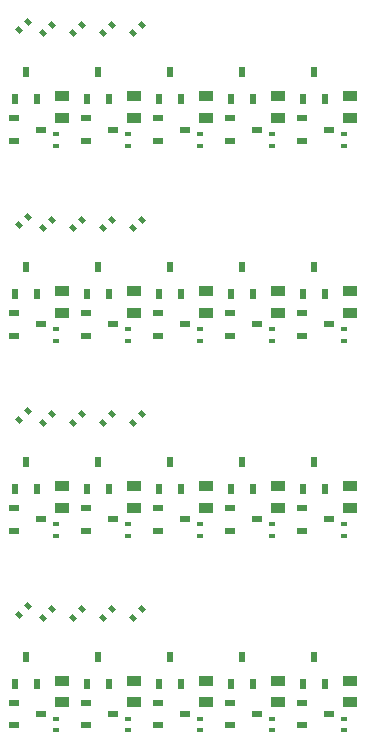
<source format=gbp>
G04*
G04 #@! TF.GenerationSoftware,Altium Limited,Altium Designer,20.2.7 (254)*
G04*
G04 Layer_Color=128*
%FSLAX44Y44*%
%MOMM*%
G71*
G04*
G04 #@! TF.SameCoordinates,E2930A79-BBFB-44DC-8FC5-9A75561AB175*
G04*
G04*
G04 #@! TF.FilePolarity,Positive*
G04*
G01*
G75*
%ADD15R,0.5500X0.4500*%
%ADD18R,1.3000X0.9000*%
G04:AMPARAMS|DCode=31|XSize=0.55mm|YSize=0.45mm|CornerRadius=0mm|HoleSize=0mm|Usage=FLASHONLY|Rotation=135.000|XOffset=0mm|YOffset=0mm|HoleType=Round|Shape=Rectangle|*
%AMROTATEDRECTD31*
4,1,4,0.3536,-0.0354,0.0354,-0.3536,-0.3536,0.0354,-0.0354,0.3536,0.3536,-0.0354,0.0*
%
%ADD31ROTATEDRECTD31*%

%ADD32R,0.9000X0.6000*%
%ADD33R,0.6000X0.9000*%
D15*
X103740Y530240D02*
D03*
Y540240D02*
D03*
X164700Y530240D02*
D03*
Y540240D02*
D03*
X225660Y530240D02*
D03*
Y540240D02*
D03*
X286620Y530240D02*
D03*
Y540240D02*
D03*
X347580Y530240D02*
D03*
Y540240D02*
D03*
X103740Y365240D02*
D03*
Y375240D02*
D03*
X164700Y365240D02*
D03*
Y375240D02*
D03*
X225660Y365240D02*
D03*
Y375240D02*
D03*
X286620Y365240D02*
D03*
Y375240D02*
D03*
X347580Y365240D02*
D03*
Y375240D02*
D03*
X103740Y200240D02*
D03*
Y210240D02*
D03*
X164700Y200240D02*
D03*
Y210240D02*
D03*
X225660Y200240D02*
D03*
Y210240D02*
D03*
X286620Y200240D02*
D03*
Y210240D02*
D03*
X347580Y200240D02*
D03*
Y210240D02*
D03*
X103740Y35240D02*
D03*
Y45240D02*
D03*
X164700Y35240D02*
D03*
Y45240D02*
D03*
X225660Y35240D02*
D03*
Y45240D02*
D03*
X286620Y35240D02*
D03*
Y45240D02*
D03*
X347580Y35240D02*
D03*
Y45240D02*
D03*
D18*
X108820Y553930D02*
D03*
Y572430D02*
D03*
X169780Y553930D02*
D03*
Y572430D02*
D03*
X230740Y553930D02*
D03*
Y572430D02*
D03*
X291700D02*
D03*
Y553930D02*
D03*
X352660D02*
D03*
Y572430D02*
D03*
X108820Y388930D02*
D03*
Y407430D02*
D03*
X169780Y388930D02*
D03*
Y407430D02*
D03*
X230740Y388930D02*
D03*
Y407430D02*
D03*
X291700D02*
D03*
Y388930D02*
D03*
X352660D02*
D03*
Y407430D02*
D03*
X108820Y223930D02*
D03*
Y242430D02*
D03*
X169780Y223930D02*
D03*
Y242430D02*
D03*
X230740Y223930D02*
D03*
Y242430D02*
D03*
X291700D02*
D03*
Y223930D02*
D03*
X352660D02*
D03*
Y242430D02*
D03*
X108820Y58930D02*
D03*
Y77430D02*
D03*
X169780Y58930D02*
D03*
Y77430D02*
D03*
X230740Y58930D02*
D03*
Y77430D02*
D03*
X291700D02*
D03*
Y58930D02*
D03*
X352660D02*
D03*
Y77430D02*
D03*
D31*
X72344Y628304D02*
D03*
X79415Y635376D02*
D03*
X92664Y625765D02*
D03*
X99735Y632836D02*
D03*
X168864Y625765D02*
D03*
X175935Y632836D02*
D03*
X150535D02*
D03*
X143464Y625765D02*
D03*
X125135Y632836D02*
D03*
X118064Y625765D02*
D03*
X72344Y463304D02*
D03*
X79415Y470376D02*
D03*
X92664Y460765D02*
D03*
X99735Y467836D02*
D03*
X168864Y460765D02*
D03*
X175935Y467836D02*
D03*
X150535D02*
D03*
X143464Y460764D02*
D03*
X125135Y467836D02*
D03*
X118064Y460764D02*
D03*
X72344Y298305D02*
D03*
X79415Y305375D02*
D03*
X92664Y295765D02*
D03*
X99735Y302836D02*
D03*
X168864Y295765D02*
D03*
X175935Y302836D02*
D03*
X150535D02*
D03*
X143464Y295765D02*
D03*
X125135Y302836D02*
D03*
X118064Y295765D02*
D03*
X72344Y133305D02*
D03*
X79415Y140375D02*
D03*
X92664Y130765D02*
D03*
X99735Y137836D02*
D03*
X168864Y130765D02*
D03*
X175935Y137836D02*
D03*
X150535D02*
D03*
X143464Y130765D02*
D03*
X125135Y137836D02*
D03*
X118064Y130765D02*
D03*
D32*
X91000Y544020D02*
D03*
X68000Y553520D02*
D03*
Y534520D02*
D03*
X151960Y544020D02*
D03*
X128960Y553520D02*
D03*
Y534520D02*
D03*
X212920Y544020D02*
D03*
X189920Y553520D02*
D03*
Y534520D02*
D03*
X273880Y544020D02*
D03*
X250880Y553520D02*
D03*
Y534520D02*
D03*
X334840Y544020D02*
D03*
X311840Y553520D02*
D03*
Y534520D02*
D03*
X91000Y379020D02*
D03*
X68000Y388520D02*
D03*
Y369520D02*
D03*
X151960Y379020D02*
D03*
X128960Y388520D02*
D03*
Y369520D02*
D03*
X212920Y379020D02*
D03*
X189920Y388520D02*
D03*
Y369520D02*
D03*
X273880Y379020D02*
D03*
X250880Y388520D02*
D03*
Y369520D02*
D03*
X334840Y379020D02*
D03*
X311840Y388520D02*
D03*
Y369520D02*
D03*
X91000Y214020D02*
D03*
X68000Y223520D02*
D03*
Y204520D02*
D03*
X151960Y214020D02*
D03*
X128960Y223520D02*
D03*
Y204520D02*
D03*
X212920Y214020D02*
D03*
X189920Y223520D02*
D03*
Y204520D02*
D03*
X273880Y214020D02*
D03*
X250880Y223520D02*
D03*
Y204520D02*
D03*
X334840Y214020D02*
D03*
X311840Y223520D02*
D03*
Y204520D02*
D03*
X91000Y49020D02*
D03*
X68000Y58520D02*
D03*
Y39520D02*
D03*
X151960Y49020D02*
D03*
X128960Y58520D02*
D03*
Y39520D02*
D03*
X212920Y49020D02*
D03*
X189920Y58520D02*
D03*
Y39520D02*
D03*
X273880Y49020D02*
D03*
X250880Y58520D02*
D03*
Y39520D02*
D03*
X334840Y49020D02*
D03*
X311840Y58520D02*
D03*
Y39520D02*
D03*
D33*
X78340Y592460D02*
D03*
X68840Y569460D02*
D03*
X87840D02*
D03*
X139300Y592460D02*
D03*
X129800Y569460D02*
D03*
X148800D02*
D03*
X200260Y592460D02*
D03*
X190760Y569460D02*
D03*
X209760D02*
D03*
X261220Y592460D02*
D03*
X251720Y569460D02*
D03*
X270720D02*
D03*
X322180Y592460D02*
D03*
X312680Y569460D02*
D03*
X331680D02*
D03*
X78340Y427460D02*
D03*
X68840Y404460D02*
D03*
X87840D02*
D03*
X139300Y427460D02*
D03*
X129800Y404460D02*
D03*
X148800D02*
D03*
X200260Y427460D02*
D03*
X190760Y404460D02*
D03*
X209760D02*
D03*
X261220Y427460D02*
D03*
X251720Y404460D02*
D03*
X270720D02*
D03*
X322180Y427460D02*
D03*
X312680Y404460D02*
D03*
X331680D02*
D03*
X78340Y262460D02*
D03*
X68840Y239460D02*
D03*
X87840D02*
D03*
X139300Y262460D02*
D03*
X129800Y239460D02*
D03*
X148800D02*
D03*
X200260Y262460D02*
D03*
X190760Y239460D02*
D03*
X209760D02*
D03*
X261220Y262460D02*
D03*
X251720Y239460D02*
D03*
X270720D02*
D03*
X322180Y262460D02*
D03*
X312680Y239460D02*
D03*
X331680D02*
D03*
X78340Y97460D02*
D03*
X68840Y74460D02*
D03*
X87840D02*
D03*
X139300Y97460D02*
D03*
X129800Y74460D02*
D03*
X148800D02*
D03*
X200260Y97460D02*
D03*
X190760Y74460D02*
D03*
X209760D02*
D03*
X261220Y97460D02*
D03*
X251720Y74460D02*
D03*
X270720D02*
D03*
X322180Y97460D02*
D03*
X312680Y74460D02*
D03*
X331680D02*
D03*
M02*

</source>
